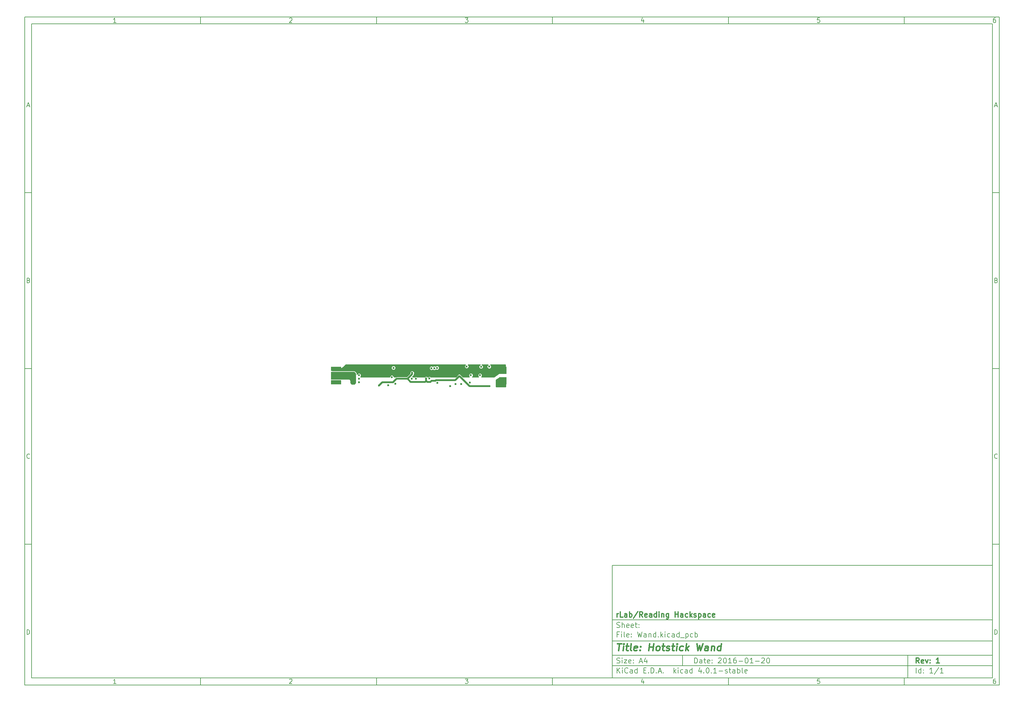
<source format=gbr>
G04 #@! TF.FileFunction,Copper,L4,Bot,Mixed*
%FSLAX46Y46*%
G04 Gerber Fmt 4.6, Leading zero omitted, Abs format (unit mm)*
G04 Created by KiCad (PCBNEW 4.0.1-stable) date 29/01/2016 19:20:18*
%MOMM*%
G01*
G04 APERTURE LIST*
%ADD10C,0.100000*%
%ADD11C,0.150000*%
%ADD12C,0.300000*%
%ADD13C,0.400000*%
%ADD14R,2.000000X2.000000*%
%ADD15R,3.000000X1.200000*%
%ADD16R,4.000000X2.200000*%
%ADD17C,0.600000*%
%ADD18C,0.500000*%
%ADD19C,0.250000*%
%ADD20C,0.254000*%
G04 APERTURE END LIST*
D10*
D11*
X177002200Y-166007200D02*
X177002200Y-198007200D01*
X285002200Y-198007200D01*
X285002200Y-166007200D01*
X177002200Y-166007200D01*
D10*
D11*
X10000000Y-10000000D02*
X10000000Y-200007200D01*
X287002200Y-200007200D01*
X287002200Y-10000000D01*
X10000000Y-10000000D01*
D10*
D11*
X12000000Y-12000000D02*
X12000000Y-198007200D01*
X285002200Y-198007200D01*
X285002200Y-12000000D01*
X12000000Y-12000000D01*
D10*
D11*
X60000000Y-12000000D02*
X60000000Y-10000000D01*
D10*
D11*
X110000000Y-12000000D02*
X110000000Y-10000000D01*
D10*
D11*
X160000000Y-12000000D02*
X160000000Y-10000000D01*
D10*
D11*
X210000000Y-12000000D02*
X210000000Y-10000000D01*
D10*
D11*
X260000000Y-12000000D02*
X260000000Y-10000000D01*
D10*
D11*
X35990476Y-11588095D02*
X35247619Y-11588095D01*
X35619048Y-11588095D02*
X35619048Y-10288095D01*
X35495238Y-10473810D01*
X35371429Y-10597619D01*
X35247619Y-10659524D01*
D10*
D11*
X85247619Y-10411905D02*
X85309524Y-10350000D01*
X85433333Y-10288095D01*
X85742857Y-10288095D01*
X85866667Y-10350000D01*
X85928571Y-10411905D01*
X85990476Y-10535714D01*
X85990476Y-10659524D01*
X85928571Y-10845238D01*
X85185714Y-11588095D01*
X85990476Y-11588095D01*
D10*
D11*
X135185714Y-10288095D02*
X135990476Y-10288095D01*
X135557143Y-10783333D01*
X135742857Y-10783333D01*
X135866667Y-10845238D01*
X135928571Y-10907143D01*
X135990476Y-11030952D01*
X135990476Y-11340476D01*
X135928571Y-11464286D01*
X135866667Y-11526190D01*
X135742857Y-11588095D01*
X135371429Y-11588095D01*
X135247619Y-11526190D01*
X135185714Y-11464286D01*
D10*
D11*
X185866667Y-10721429D02*
X185866667Y-11588095D01*
X185557143Y-10226190D02*
X185247619Y-11154762D01*
X186052381Y-11154762D01*
D10*
D11*
X235928571Y-10288095D02*
X235309524Y-10288095D01*
X235247619Y-10907143D01*
X235309524Y-10845238D01*
X235433333Y-10783333D01*
X235742857Y-10783333D01*
X235866667Y-10845238D01*
X235928571Y-10907143D01*
X235990476Y-11030952D01*
X235990476Y-11340476D01*
X235928571Y-11464286D01*
X235866667Y-11526190D01*
X235742857Y-11588095D01*
X235433333Y-11588095D01*
X235309524Y-11526190D01*
X235247619Y-11464286D01*
D10*
D11*
X285866667Y-10288095D02*
X285619048Y-10288095D01*
X285495238Y-10350000D01*
X285433333Y-10411905D01*
X285309524Y-10597619D01*
X285247619Y-10845238D01*
X285247619Y-11340476D01*
X285309524Y-11464286D01*
X285371429Y-11526190D01*
X285495238Y-11588095D01*
X285742857Y-11588095D01*
X285866667Y-11526190D01*
X285928571Y-11464286D01*
X285990476Y-11340476D01*
X285990476Y-11030952D01*
X285928571Y-10907143D01*
X285866667Y-10845238D01*
X285742857Y-10783333D01*
X285495238Y-10783333D01*
X285371429Y-10845238D01*
X285309524Y-10907143D01*
X285247619Y-11030952D01*
D10*
D11*
X60000000Y-198007200D02*
X60000000Y-200007200D01*
D10*
D11*
X110000000Y-198007200D02*
X110000000Y-200007200D01*
D10*
D11*
X160000000Y-198007200D02*
X160000000Y-200007200D01*
D10*
D11*
X210000000Y-198007200D02*
X210000000Y-200007200D01*
D10*
D11*
X260000000Y-198007200D02*
X260000000Y-200007200D01*
D10*
D11*
X35990476Y-199595295D02*
X35247619Y-199595295D01*
X35619048Y-199595295D02*
X35619048Y-198295295D01*
X35495238Y-198481010D01*
X35371429Y-198604819D01*
X35247619Y-198666724D01*
D10*
D11*
X85247619Y-198419105D02*
X85309524Y-198357200D01*
X85433333Y-198295295D01*
X85742857Y-198295295D01*
X85866667Y-198357200D01*
X85928571Y-198419105D01*
X85990476Y-198542914D01*
X85990476Y-198666724D01*
X85928571Y-198852438D01*
X85185714Y-199595295D01*
X85990476Y-199595295D01*
D10*
D11*
X135185714Y-198295295D02*
X135990476Y-198295295D01*
X135557143Y-198790533D01*
X135742857Y-198790533D01*
X135866667Y-198852438D01*
X135928571Y-198914343D01*
X135990476Y-199038152D01*
X135990476Y-199347676D01*
X135928571Y-199471486D01*
X135866667Y-199533390D01*
X135742857Y-199595295D01*
X135371429Y-199595295D01*
X135247619Y-199533390D01*
X135185714Y-199471486D01*
D10*
D11*
X185866667Y-198728629D02*
X185866667Y-199595295D01*
X185557143Y-198233390D02*
X185247619Y-199161962D01*
X186052381Y-199161962D01*
D10*
D11*
X235928571Y-198295295D02*
X235309524Y-198295295D01*
X235247619Y-198914343D01*
X235309524Y-198852438D01*
X235433333Y-198790533D01*
X235742857Y-198790533D01*
X235866667Y-198852438D01*
X235928571Y-198914343D01*
X235990476Y-199038152D01*
X235990476Y-199347676D01*
X235928571Y-199471486D01*
X235866667Y-199533390D01*
X235742857Y-199595295D01*
X235433333Y-199595295D01*
X235309524Y-199533390D01*
X235247619Y-199471486D01*
D10*
D11*
X285866667Y-198295295D02*
X285619048Y-198295295D01*
X285495238Y-198357200D01*
X285433333Y-198419105D01*
X285309524Y-198604819D01*
X285247619Y-198852438D01*
X285247619Y-199347676D01*
X285309524Y-199471486D01*
X285371429Y-199533390D01*
X285495238Y-199595295D01*
X285742857Y-199595295D01*
X285866667Y-199533390D01*
X285928571Y-199471486D01*
X285990476Y-199347676D01*
X285990476Y-199038152D01*
X285928571Y-198914343D01*
X285866667Y-198852438D01*
X285742857Y-198790533D01*
X285495238Y-198790533D01*
X285371429Y-198852438D01*
X285309524Y-198914343D01*
X285247619Y-199038152D01*
D10*
D11*
X10000000Y-60000000D02*
X12000000Y-60000000D01*
D10*
D11*
X10000000Y-110000000D02*
X12000000Y-110000000D01*
D10*
D11*
X10000000Y-160000000D02*
X12000000Y-160000000D01*
D10*
D11*
X10690476Y-35216667D02*
X11309524Y-35216667D01*
X10566667Y-35588095D02*
X11000000Y-34288095D01*
X11433333Y-35588095D01*
D10*
D11*
X11092857Y-84907143D02*
X11278571Y-84969048D01*
X11340476Y-85030952D01*
X11402381Y-85154762D01*
X11402381Y-85340476D01*
X11340476Y-85464286D01*
X11278571Y-85526190D01*
X11154762Y-85588095D01*
X10659524Y-85588095D01*
X10659524Y-84288095D01*
X11092857Y-84288095D01*
X11216667Y-84350000D01*
X11278571Y-84411905D01*
X11340476Y-84535714D01*
X11340476Y-84659524D01*
X11278571Y-84783333D01*
X11216667Y-84845238D01*
X11092857Y-84907143D01*
X10659524Y-84907143D01*
D10*
D11*
X11402381Y-135464286D02*
X11340476Y-135526190D01*
X11154762Y-135588095D01*
X11030952Y-135588095D01*
X10845238Y-135526190D01*
X10721429Y-135402381D01*
X10659524Y-135278571D01*
X10597619Y-135030952D01*
X10597619Y-134845238D01*
X10659524Y-134597619D01*
X10721429Y-134473810D01*
X10845238Y-134350000D01*
X11030952Y-134288095D01*
X11154762Y-134288095D01*
X11340476Y-134350000D01*
X11402381Y-134411905D01*
D10*
D11*
X10659524Y-185588095D02*
X10659524Y-184288095D01*
X10969048Y-184288095D01*
X11154762Y-184350000D01*
X11278571Y-184473810D01*
X11340476Y-184597619D01*
X11402381Y-184845238D01*
X11402381Y-185030952D01*
X11340476Y-185278571D01*
X11278571Y-185402381D01*
X11154762Y-185526190D01*
X10969048Y-185588095D01*
X10659524Y-185588095D01*
D10*
D11*
X287002200Y-60000000D02*
X285002200Y-60000000D01*
D10*
D11*
X287002200Y-110000000D02*
X285002200Y-110000000D01*
D10*
D11*
X287002200Y-160000000D02*
X285002200Y-160000000D01*
D10*
D11*
X285692676Y-35216667D02*
X286311724Y-35216667D01*
X285568867Y-35588095D02*
X286002200Y-34288095D01*
X286435533Y-35588095D01*
D10*
D11*
X286095057Y-84907143D02*
X286280771Y-84969048D01*
X286342676Y-85030952D01*
X286404581Y-85154762D01*
X286404581Y-85340476D01*
X286342676Y-85464286D01*
X286280771Y-85526190D01*
X286156962Y-85588095D01*
X285661724Y-85588095D01*
X285661724Y-84288095D01*
X286095057Y-84288095D01*
X286218867Y-84350000D01*
X286280771Y-84411905D01*
X286342676Y-84535714D01*
X286342676Y-84659524D01*
X286280771Y-84783333D01*
X286218867Y-84845238D01*
X286095057Y-84907143D01*
X285661724Y-84907143D01*
D10*
D11*
X286404581Y-135464286D02*
X286342676Y-135526190D01*
X286156962Y-135588095D01*
X286033152Y-135588095D01*
X285847438Y-135526190D01*
X285723629Y-135402381D01*
X285661724Y-135278571D01*
X285599819Y-135030952D01*
X285599819Y-134845238D01*
X285661724Y-134597619D01*
X285723629Y-134473810D01*
X285847438Y-134350000D01*
X286033152Y-134288095D01*
X286156962Y-134288095D01*
X286342676Y-134350000D01*
X286404581Y-134411905D01*
D10*
D11*
X285661724Y-185588095D02*
X285661724Y-184288095D01*
X285971248Y-184288095D01*
X286156962Y-184350000D01*
X286280771Y-184473810D01*
X286342676Y-184597619D01*
X286404581Y-184845238D01*
X286404581Y-185030952D01*
X286342676Y-185278571D01*
X286280771Y-185402381D01*
X286156962Y-185526190D01*
X285971248Y-185588095D01*
X285661724Y-185588095D01*
D10*
D11*
X200359343Y-193785771D02*
X200359343Y-192285771D01*
X200716486Y-192285771D01*
X200930771Y-192357200D01*
X201073629Y-192500057D01*
X201145057Y-192642914D01*
X201216486Y-192928629D01*
X201216486Y-193142914D01*
X201145057Y-193428629D01*
X201073629Y-193571486D01*
X200930771Y-193714343D01*
X200716486Y-193785771D01*
X200359343Y-193785771D01*
X202502200Y-193785771D02*
X202502200Y-193000057D01*
X202430771Y-192857200D01*
X202287914Y-192785771D01*
X202002200Y-192785771D01*
X201859343Y-192857200D01*
X202502200Y-193714343D02*
X202359343Y-193785771D01*
X202002200Y-193785771D01*
X201859343Y-193714343D01*
X201787914Y-193571486D01*
X201787914Y-193428629D01*
X201859343Y-193285771D01*
X202002200Y-193214343D01*
X202359343Y-193214343D01*
X202502200Y-193142914D01*
X203002200Y-192785771D02*
X203573629Y-192785771D01*
X203216486Y-192285771D02*
X203216486Y-193571486D01*
X203287914Y-193714343D01*
X203430772Y-193785771D01*
X203573629Y-193785771D01*
X204645057Y-193714343D02*
X204502200Y-193785771D01*
X204216486Y-193785771D01*
X204073629Y-193714343D01*
X204002200Y-193571486D01*
X204002200Y-193000057D01*
X204073629Y-192857200D01*
X204216486Y-192785771D01*
X204502200Y-192785771D01*
X204645057Y-192857200D01*
X204716486Y-193000057D01*
X204716486Y-193142914D01*
X204002200Y-193285771D01*
X205359343Y-193642914D02*
X205430771Y-193714343D01*
X205359343Y-193785771D01*
X205287914Y-193714343D01*
X205359343Y-193642914D01*
X205359343Y-193785771D01*
X205359343Y-192857200D02*
X205430771Y-192928629D01*
X205359343Y-193000057D01*
X205287914Y-192928629D01*
X205359343Y-192857200D01*
X205359343Y-193000057D01*
X207145057Y-192428629D02*
X207216486Y-192357200D01*
X207359343Y-192285771D01*
X207716486Y-192285771D01*
X207859343Y-192357200D01*
X207930772Y-192428629D01*
X208002200Y-192571486D01*
X208002200Y-192714343D01*
X207930772Y-192928629D01*
X207073629Y-193785771D01*
X208002200Y-193785771D01*
X208930771Y-192285771D02*
X209073628Y-192285771D01*
X209216485Y-192357200D01*
X209287914Y-192428629D01*
X209359343Y-192571486D01*
X209430771Y-192857200D01*
X209430771Y-193214343D01*
X209359343Y-193500057D01*
X209287914Y-193642914D01*
X209216485Y-193714343D01*
X209073628Y-193785771D01*
X208930771Y-193785771D01*
X208787914Y-193714343D01*
X208716485Y-193642914D01*
X208645057Y-193500057D01*
X208573628Y-193214343D01*
X208573628Y-192857200D01*
X208645057Y-192571486D01*
X208716485Y-192428629D01*
X208787914Y-192357200D01*
X208930771Y-192285771D01*
X210859342Y-193785771D02*
X210002199Y-193785771D01*
X210430771Y-193785771D02*
X210430771Y-192285771D01*
X210287914Y-192500057D01*
X210145056Y-192642914D01*
X210002199Y-192714343D01*
X212145056Y-192285771D02*
X211859342Y-192285771D01*
X211716485Y-192357200D01*
X211645056Y-192428629D01*
X211502199Y-192642914D01*
X211430770Y-192928629D01*
X211430770Y-193500057D01*
X211502199Y-193642914D01*
X211573627Y-193714343D01*
X211716485Y-193785771D01*
X212002199Y-193785771D01*
X212145056Y-193714343D01*
X212216485Y-193642914D01*
X212287913Y-193500057D01*
X212287913Y-193142914D01*
X212216485Y-193000057D01*
X212145056Y-192928629D01*
X212002199Y-192857200D01*
X211716485Y-192857200D01*
X211573627Y-192928629D01*
X211502199Y-193000057D01*
X211430770Y-193142914D01*
X212930770Y-193214343D02*
X214073627Y-193214343D01*
X215073627Y-192285771D02*
X215216484Y-192285771D01*
X215359341Y-192357200D01*
X215430770Y-192428629D01*
X215502199Y-192571486D01*
X215573627Y-192857200D01*
X215573627Y-193214343D01*
X215502199Y-193500057D01*
X215430770Y-193642914D01*
X215359341Y-193714343D01*
X215216484Y-193785771D01*
X215073627Y-193785771D01*
X214930770Y-193714343D01*
X214859341Y-193642914D01*
X214787913Y-193500057D01*
X214716484Y-193214343D01*
X214716484Y-192857200D01*
X214787913Y-192571486D01*
X214859341Y-192428629D01*
X214930770Y-192357200D01*
X215073627Y-192285771D01*
X217002198Y-193785771D02*
X216145055Y-193785771D01*
X216573627Y-193785771D02*
X216573627Y-192285771D01*
X216430770Y-192500057D01*
X216287912Y-192642914D01*
X216145055Y-192714343D01*
X217645055Y-193214343D02*
X218787912Y-193214343D01*
X219430769Y-192428629D02*
X219502198Y-192357200D01*
X219645055Y-192285771D01*
X220002198Y-192285771D01*
X220145055Y-192357200D01*
X220216484Y-192428629D01*
X220287912Y-192571486D01*
X220287912Y-192714343D01*
X220216484Y-192928629D01*
X219359341Y-193785771D01*
X220287912Y-193785771D01*
X221216483Y-192285771D02*
X221359340Y-192285771D01*
X221502197Y-192357200D01*
X221573626Y-192428629D01*
X221645055Y-192571486D01*
X221716483Y-192857200D01*
X221716483Y-193214343D01*
X221645055Y-193500057D01*
X221573626Y-193642914D01*
X221502197Y-193714343D01*
X221359340Y-193785771D01*
X221216483Y-193785771D01*
X221073626Y-193714343D01*
X221002197Y-193642914D01*
X220930769Y-193500057D01*
X220859340Y-193214343D01*
X220859340Y-192857200D01*
X220930769Y-192571486D01*
X221002197Y-192428629D01*
X221073626Y-192357200D01*
X221216483Y-192285771D01*
D10*
D11*
X177002200Y-194507200D02*
X285002200Y-194507200D01*
D10*
D11*
X178359343Y-196585771D02*
X178359343Y-195085771D01*
X179216486Y-196585771D02*
X178573629Y-195728629D01*
X179216486Y-195085771D02*
X178359343Y-195942914D01*
X179859343Y-196585771D02*
X179859343Y-195585771D01*
X179859343Y-195085771D02*
X179787914Y-195157200D01*
X179859343Y-195228629D01*
X179930771Y-195157200D01*
X179859343Y-195085771D01*
X179859343Y-195228629D01*
X181430772Y-196442914D02*
X181359343Y-196514343D01*
X181145057Y-196585771D01*
X181002200Y-196585771D01*
X180787915Y-196514343D01*
X180645057Y-196371486D01*
X180573629Y-196228629D01*
X180502200Y-195942914D01*
X180502200Y-195728629D01*
X180573629Y-195442914D01*
X180645057Y-195300057D01*
X180787915Y-195157200D01*
X181002200Y-195085771D01*
X181145057Y-195085771D01*
X181359343Y-195157200D01*
X181430772Y-195228629D01*
X182716486Y-196585771D02*
X182716486Y-195800057D01*
X182645057Y-195657200D01*
X182502200Y-195585771D01*
X182216486Y-195585771D01*
X182073629Y-195657200D01*
X182716486Y-196514343D02*
X182573629Y-196585771D01*
X182216486Y-196585771D01*
X182073629Y-196514343D01*
X182002200Y-196371486D01*
X182002200Y-196228629D01*
X182073629Y-196085771D01*
X182216486Y-196014343D01*
X182573629Y-196014343D01*
X182716486Y-195942914D01*
X184073629Y-196585771D02*
X184073629Y-195085771D01*
X184073629Y-196514343D02*
X183930772Y-196585771D01*
X183645058Y-196585771D01*
X183502200Y-196514343D01*
X183430772Y-196442914D01*
X183359343Y-196300057D01*
X183359343Y-195871486D01*
X183430772Y-195728629D01*
X183502200Y-195657200D01*
X183645058Y-195585771D01*
X183930772Y-195585771D01*
X184073629Y-195657200D01*
X185930772Y-195800057D02*
X186430772Y-195800057D01*
X186645058Y-196585771D02*
X185930772Y-196585771D01*
X185930772Y-195085771D01*
X186645058Y-195085771D01*
X187287915Y-196442914D02*
X187359343Y-196514343D01*
X187287915Y-196585771D01*
X187216486Y-196514343D01*
X187287915Y-196442914D01*
X187287915Y-196585771D01*
X188002201Y-196585771D02*
X188002201Y-195085771D01*
X188359344Y-195085771D01*
X188573629Y-195157200D01*
X188716487Y-195300057D01*
X188787915Y-195442914D01*
X188859344Y-195728629D01*
X188859344Y-195942914D01*
X188787915Y-196228629D01*
X188716487Y-196371486D01*
X188573629Y-196514343D01*
X188359344Y-196585771D01*
X188002201Y-196585771D01*
X189502201Y-196442914D02*
X189573629Y-196514343D01*
X189502201Y-196585771D01*
X189430772Y-196514343D01*
X189502201Y-196442914D01*
X189502201Y-196585771D01*
X190145058Y-196157200D02*
X190859344Y-196157200D01*
X190002201Y-196585771D02*
X190502201Y-195085771D01*
X191002201Y-196585771D01*
X191502201Y-196442914D02*
X191573629Y-196514343D01*
X191502201Y-196585771D01*
X191430772Y-196514343D01*
X191502201Y-196442914D01*
X191502201Y-196585771D01*
X194502201Y-196585771D02*
X194502201Y-195085771D01*
X194645058Y-196014343D02*
X195073629Y-196585771D01*
X195073629Y-195585771D02*
X194502201Y-196157200D01*
X195716487Y-196585771D02*
X195716487Y-195585771D01*
X195716487Y-195085771D02*
X195645058Y-195157200D01*
X195716487Y-195228629D01*
X195787915Y-195157200D01*
X195716487Y-195085771D01*
X195716487Y-195228629D01*
X197073630Y-196514343D02*
X196930773Y-196585771D01*
X196645059Y-196585771D01*
X196502201Y-196514343D01*
X196430773Y-196442914D01*
X196359344Y-196300057D01*
X196359344Y-195871486D01*
X196430773Y-195728629D01*
X196502201Y-195657200D01*
X196645059Y-195585771D01*
X196930773Y-195585771D01*
X197073630Y-195657200D01*
X198359344Y-196585771D02*
X198359344Y-195800057D01*
X198287915Y-195657200D01*
X198145058Y-195585771D01*
X197859344Y-195585771D01*
X197716487Y-195657200D01*
X198359344Y-196514343D02*
X198216487Y-196585771D01*
X197859344Y-196585771D01*
X197716487Y-196514343D01*
X197645058Y-196371486D01*
X197645058Y-196228629D01*
X197716487Y-196085771D01*
X197859344Y-196014343D01*
X198216487Y-196014343D01*
X198359344Y-195942914D01*
X199716487Y-196585771D02*
X199716487Y-195085771D01*
X199716487Y-196514343D02*
X199573630Y-196585771D01*
X199287916Y-196585771D01*
X199145058Y-196514343D01*
X199073630Y-196442914D01*
X199002201Y-196300057D01*
X199002201Y-195871486D01*
X199073630Y-195728629D01*
X199145058Y-195657200D01*
X199287916Y-195585771D01*
X199573630Y-195585771D01*
X199716487Y-195657200D01*
X202216487Y-195585771D02*
X202216487Y-196585771D01*
X201859344Y-195014343D02*
X201502201Y-196085771D01*
X202430773Y-196085771D01*
X203002201Y-196442914D02*
X203073629Y-196514343D01*
X203002201Y-196585771D01*
X202930772Y-196514343D01*
X203002201Y-196442914D01*
X203002201Y-196585771D01*
X204002201Y-195085771D02*
X204145058Y-195085771D01*
X204287915Y-195157200D01*
X204359344Y-195228629D01*
X204430773Y-195371486D01*
X204502201Y-195657200D01*
X204502201Y-196014343D01*
X204430773Y-196300057D01*
X204359344Y-196442914D01*
X204287915Y-196514343D01*
X204145058Y-196585771D01*
X204002201Y-196585771D01*
X203859344Y-196514343D01*
X203787915Y-196442914D01*
X203716487Y-196300057D01*
X203645058Y-196014343D01*
X203645058Y-195657200D01*
X203716487Y-195371486D01*
X203787915Y-195228629D01*
X203859344Y-195157200D01*
X204002201Y-195085771D01*
X205145058Y-196442914D02*
X205216486Y-196514343D01*
X205145058Y-196585771D01*
X205073629Y-196514343D01*
X205145058Y-196442914D01*
X205145058Y-196585771D01*
X206645058Y-196585771D02*
X205787915Y-196585771D01*
X206216487Y-196585771D02*
X206216487Y-195085771D01*
X206073630Y-195300057D01*
X205930772Y-195442914D01*
X205787915Y-195514343D01*
X207287915Y-196014343D02*
X208430772Y-196014343D01*
X209073629Y-196514343D02*
X209216486Y-196585771D01*
X209502201Y-196585771D01*
X209645058Y-196514343D01*
X209716486Y-196371486D01*
X209716486Y-196300057D01*
X209645058Y-196157200D01*
X209502201Y-196085771D01*
X209287915Y-196085771D01*
X209145058Y-196014343D01*
X209073629Y-195871486D01*
X209073629Y-195800057D01*
X209145058Y-195657200D01*
X209287915Y-195585771D01*
X209502201Y-195585771D01*
X209645058Y-195657200D01*
X210145058Y-195585771D02*
X210716487Y-195585771D01*
X210359344Y-195085771D02*
X210359344Y-196371486D01*
X210430772Y-196514343D01*
X210573630Y-196585771D01*
X210716487Y-196585771D01*
X211859344Y-196585771D02*
X211859344Y-195800057D01*
X211787915Y-195657200D01*
X211645058Y-195585771D01*
X211359344Y-195585771D01*
X211216487Y-195657200D01*
X211859344Y-196514343D02*
X211716487Y-196585771D01*
X211359344Y-196585771D01*
X211216487Y-196514343D01*
X211145058Y-196371486D01*
X211145058Y-196228629D01*
X211216487Y-196085771D01*
X211359344Y-196014343D01*
X211716487Y-196014343D01*
X211859344Y-195942914D01*
X212573630Y-196585771D02*
X212573630Y-195085771D01*
X212573630Y-195657200D02*
X212716487Y-195585771D01*
X213002201Y-195585771D01*
X213145058Y-195657200D01*
X213216487Y-195728629D01*
X213287916Y-195871486D01*
X213287916Y-196300057D01*
X213216487Y-196442914D01*
X213145058Y-196514343D01*
X213002201Y-196585771D01*
X212716487Y-196585771D01*
X212573630Y-196514343D01*
X214145059Y-196585771D02*
X214002201Y-196514343D01*
X213930773Y-196371486D01*
X213930773Y-195085771D01*
X215287915Y-196514343D02*
X215145058Y-196585771D01*
X214859344Y-196585771D01*
X214716487Y-196514343D01*
X214645058Y-196371486D01*
X214645058Y-195800057D01*
X214716487Y-195657200D01*
X214859344Y-195585771D01*
X215145058Y-195585771D01*
X215287915Y-195657200D01*
X215359344Y-195800057D01*
X215359344Y-195942914D01*
X214645058Y-196085771D01*
D10*
D11*
X177002200Y-191507200D02*
X285002200Y-191507200D01*
D10*
D12*
X264216486Y-193785771D02*
X263716486Y-193071486D01*
X263359343Y-193785771D02*
X263359343Y-192285771D01*
X263930771Y-192285771D01*
X264073629Y-192357200D01*
X264145057Y-192428629D01*
X264216486Y-192571486D01*
X264216486Y-192785771D01*
X264145057Y-192928629D01*
X264073629Y-193000057D01*
X263930771Y-193071486D01*
X263359343Y-193071486D01*
X265430771Y-193714343D02*
X265287914Y-193785771D01*
X265002200Y-193785771D01*
X264859343Y-193714343D01*
X264787914Y-193571486D01*
X264787914Y-193000057D01*
X264859343Y-192857200D01*
X265002200Y-192785771D01*
X265287914Y-192785771D01*
X265430771Y-192857200D01*
X265502200Y-193000057D01*
X265502200Y-193142914D01*
X264787914Y-193285771D01*
X266002200Y-192785771D02*
X266359343Y-193785771D01*
X266716485Y-192785771D01*
X267287914Y-193642914D02*
X267359342Y-193714343D01*
X267287914Y-193785771D01*
X267216485Y-193714343D01*
X267287914Y-193642914D01*
X267287914Y-193785771D01*
X267287914Y-192857200D02*
X267359342Y-192928629D01*
X267287914Y-193000057D01*
X267216485Y-192928629D01*
X267287914Y-192857200D01*
X267287914Y-193000057D01*
X269930771Y-193785771D02*
X269073628Y-193785771D01*
X269502200Y-193785771D02*
X269502200Y-192285771D01*
X269359343Y-192500057D01*
X269216485Y-192642914D01*
X269073628Y-192714343D01*
D10*
D11*
X178287914Y-193714343D02*
X178502200Y-193785771D01*
X178859343Y-193785771D01*
X179002200Y-193714343D01*
X179073629Y-193642914D01*
X179145057Y-193500057D01*
X179145057Y-193357200D01*
X179073629Y-193214343D01*
X179002200Y-193142914D01*
X178859343Y-193071486D01*
X178573629Y-193000057D01*
X178430771Y-192928629D01*
X178359343Y-192857200D01*
X178287914Y-192714343D01*
X178287914Y-192571486D01*
X178359343Y-192428629D01*
X178430771Y-192357200D01*
X178573629Y-192285771D01*
X178930771Y-192285771D01*
X179145057Y-192357200D01*
X179787914Y-193785771D02*
X179787914Y-192785771D01*
X179787914Y-192285771D02*
X179716485Y-192357200D01*
X179787914Y-192428629D01*
X179859342Y-192357200D01*
X179787914Y-192285771D01*
X179787914Y-192428629D01*
X180359343Y-192785771D02*
X181145057Y-192785771D01*
X180359343Y-193785771D01*
X181145057Y-193785771D01*
X182287914Y-193714343D02*
X182145057Y-193785771D01*
X181859343Y-193785771D01*
X181716486Y-193714343D01*
X181645057Y-193571486D01*
X181645057Y-193000057D01*
X181716486Y-192857200D01*
X181859343Y-192785771D01*
X182145057Y-192785771D01*
X182287914Y-192857200D01*
X182359343Y-193000057D01*
X182359343Y-193142914D01*
X181645057Y-193285771D01*
X183002200Y-193642914D02*
X183073628Y-193714343D01*
X183002200Y-193785771D01*
X182930771Y-193714343D01*
X183002200Y-193642914D01*
X183002200Y-193785771D01*
X183002200Y-192857200D02*
X183073628Y-192928629D01*
X183002200Y-193000057D01*
X182930771Y-192928629D01*
X183002200Y-192857200D01*
X183002200Y-193000057D01*
X184787914Y-193357200D02*
X185502200Y-193357200D01*
X184645057Y-193785771D02*
X185145057Y-192285771D01*
X185645057Y-193785771D01*
X186787914Y-192785771D02*
X186787914Y-193785771D01*
X186430771Y-192214343D02*
X186073628Y-193285771D01*
X187002200Y-193285771D01*
D10*
D11*
X263359343Y-196585771D02*
X263359343Y-195085771D01*
X264716486Y-196585771D02*
X264716486Y-195085771D01*
X264716486Y-196514343D02*
X264573629Y-196585771D01*
X264287915Y-196585771D01*
X264145057Y-196514343D01*
X264073629Y-196442914D01*
X264002200Y-196300057D01*
X264002200Y-195871486D01*
X264073629Y-195728629D01*
X264145057Y-195657200D01*
X264287915Y-195585771D01*
X264573629Y-195585771D01*
X264716486Y-195657200D01*
X265430772Y-196442914D02*
X265502200Y-196514343D01*
X265430772Y-196585771D01*
X265359343Y-196514343D01*
X265430772Y-196442914D01*
X265430772Y-196585771D01*
X265430772Y-195657200D02*
X265502200Y-195728629D01*
X265430772Y-195800057D01*
X265359343Y-195728629D01*
X265430772Y-195657200D01*
X265430772Y-195800057D01*
X268073629Y-196585771D02*
X267216486Y-196585771D01*
X267645058Y-196585771D02*
X267645058Y-195085771D01*
X267502201Y-195300057D01*
X267359343Y-195442914D01*
X267216486Y-195514343D01*
X269787914Y-195014343D02*
X268502200Y-196942914D01*
X271073629Y-196585771D02*
X270216486Y-196585771D01*
X270645058Y-196585771D02*
X270645058Y-195085771D01*
X270502201Y-195300057D01*
X270359343Y-195442914D01*
X270216486Y-195514343D01*
D10*
D11*
X177002200Y-187507200D02*
X285002200Y-187507200D01*
D10*
D13*
X178454581Y-188211962D02*
X179597438Y-188211962D01*
X178776010Y-190211962D02*
X179026010Y-188211962D01*
X180014105Y-190211962D02*
X180180771Y-188878629D01*
X180264105Y-188211962D02*
X180156962Y-188307200D01*
X180240295Y-188402438D01*
X180347439Y-188307200D01*
X180264105Y-188211962D01*
X180240295Y-188402438D01*
X180847438Y-188878629D02*
X181609343Y-188878629D01*
X181216486Y-188211962D02*
X181002200Y-189926248D01*
X181073630Y-190116724D01*
X181252201Y-190211962D01*
X181442677Y-190211962D01*
X182395058Y-190211962D02*
X182216487Y-190116724D01*
X182145057Y-189926248D01*
X182359343Y-188211962D01*
X183930772Y-190116724D02*
X183728391Y-190211962D01*
X183347439Y-190211962D01*
X183168867Y-190116724D01*
X183097438Y-189926248D01*
X183192676Y-189164343D01*
X183311724Y-188973867D01*
X183514105Y-188878629D01*
X183895057Y-188878629D01*
X184073629Y-188973867D01*
X184145057Y-189164343D01*
X184121248Y-189354819D01*
X183145057Y-189545295D01*
X184895057Y-190021486D02*
X184978392Y-190116724D01*
X184871248Y-190211962D01*
X184787915Y-190116724D01*
X184895057Y-190021486D01*
X184871248Y-190211962D01*
X185026010Y-188973867D02*
X185109344Y-189069105D01*
X185002200Y-189164343D01*
X184918867Y-189069105D01*
X185026010Y-188973867D01*
X185002200Y-189164343D01*
X187347439Y-190211962D02*
X187597439Y-188211962D01*
X187478391Y-189164343D02*
X188621249Y-189164343D01*
X188490297Y-190211962D02*
X188740297Y-188211962D01*
X189728392Y-190211962D02*
X189549821Y-190116724D01*
X189466486Y-190021486D01*
X189395058Y-189831010D01*
X189466486Y-189259581D01*
X189585534Y-189069105D01*
X189692678Y-188973867D01*
X189895058Y-188878629D01*
X190180772Y-188878629D01*
X190359344Y-188973867D01*
X190442677Y-189069105D01*
X190514105Y-189259581D01*
X190442677Y-189831010D01*
X190323629Y-190021486D01*
X190216487Y-190116724D01*
X190014106Y-190211962D01*
X189728392Y-190211962D01*
X191133153Y-188878629D02*
X191895058Y-188878629D01*
X191502201Y-188211962D02*
X191287915Y-189926248D01*
X191359345Y-190116724D01*
X191537916Y-190211962D01*
X191728392Y-190211962D01*
X192311725Y-190116724D02*
X192490297Y-190211962D01*
X192871249Y-190211962D01*
X193073630Y-190116724D01*
X193192677Y-189926248D01*
X193204582Y-189831010D01*
X193133153Y-189640533D01*
X192954582Y-189545295D01*
X192668868Y-189545295D01*
X192490296Y-189450057D01*
X192418867Y-189259581D01*
X192430772Y-189164343D01*
X192549820Y-188973867D01*
X192752201Y-188878629D01*
X193037915Y-188878629D01*
X193216487Y-188973867D01*
X193895058Y-188878629D02*
X194656963Y-188878629D01*
X194264106Y-188211962D02*
X194049820Y-189926248D01*
X194121250Y-190116724D01*
X194299821Y-190211962D01*
X194490297Y-190211962D01*
X195156963Y-190211962D02*
X195323629Y-188878629D01*
X195406963Y-188211962D02*
X195299820Y-188307200D01*
X195383153Y-188402438D01*
X195490297Y-188307200D01*
X195406963Y-188211962D01*
X195383153Y-188402438D01*
X196978392Y-190116724D02*
X196776011Y-190211962D01*
X196395059Y-190211962D01*
X196216488Y-190116724D01*
X196133153Y-190021486D01*
X196061725Y-189831010D01*
X196133153Y-189259581D01*
X196252201Y-189069105D01*
X196359345Y-188973867D01*
X196561725Y-188878629D01*
X196942677Y-188878629D01*
X197121249Y-188973867D01*
X197823630Y-190211962D02*
X198073630Y-188211962D01*
X198109345Y-189450057D02*
X198585535Y-190211962D01*
X198752201Y-188878629D02*
X197895058Y-189640533D01*
X201026012Y-188211962D02*
X201252203Y-190211962D01*
X201811726Y-188783390D01*
X202014108Y-190211962D01*
X202740298Y-188211962D01*
X204109345Y-190211962D02*
X204240297Y-189164343D01*
X204168869Y-188973867D01*
X203990297Y-188878629D01*
X203609345Y-188878629D01*
X203406964Y-188973867D01*
X204121250Y-190116724D02*
X203918869Y-190211962D01*
X203442679Y-190211962D01*
X203264107Y-190116724D01*
X203192678Y-189926248D01*
X203216488Y-189735771D01*
X203335535Y-189545295D01*
X203537917Y-189450057D01*
X204014107Y-189450057D01*
X204216488Y-189354819D01*
X205228392Y-188878629D02*
X205061726Y-190211962D01*
X205204583Y-189069105D02*
X205311727Y-188973867D01*
X205514107Y-188878629D01*
X205799821Y-188878629D01*
X205978393Y-188973867D01*
X206049821Y-189164343D01*
X205918869Y-190211962D01*
X207728393Y-190211962D02*
X207978393Y-188211962D01*
X207740298Y-190116724D02*
X207537917Y-190211962D01*
X207156965Y-190211962D01*
X206978394Y-190116724D01*
X206895059Y-190021486D01*
X206823631Y-189831010D01*
X206895059Y-189259581D01*
X207014107Y-189069105D01*
X207121251Y-188973867D01*
X207323631Y-188878629D01*
X207704583Y-188878629D01*
X207883155Y-188973867D01*
D10*
D11*
X178859343Y-185600057D02*
X178359343Y-185600057D01*
X178359343Y-186385771D02*
X178359343Y-184885771D01*
X179073629Y-184885771D01*
X179645057Y-186385771D02*
X179645057Y-185385771D01*
X179645057Y-184885771D02*
X179573628Y-184957200D01*
X179645057Y-185028629D01*
X179716485Y-184957200D01*
X179645057Y-184885771D01*
X179645057Y-185028629D01*
X180573629Y-186385771D02*
X180430771Y-186314343D01*
X180359343Y-186171486D01*
X180359343Y-184885771D01*
X181716485Y-186314343D02*
X181573628Y-186385771D01*
X181287914Y-186385771D01*
X181145057Y-186314343D01*
X181073628Y-186171486D01*
X181073628Y-185600057D01*
X181145057Y-185457200D01*
X181287914Y-185385771D01*
X181573628Y-185385771D01*
X181716485Y-185457200D01*
X181787914Y-185600057D01*
X181787914Y-185742914D01*
X181073628Y-185885771D01*
X182430771Y-186242914D02*
X182502199Y-186314343D01*
X182430771Y-186385771D01*
X182359342Y-186314343D01*
X182430771Y-186242914D01*
X182430771Y-186385771D01*
X182430771Y-185457200D02*
X182502199Y-185528629D01*
X182430771Y-185600057D01*
X182359342Y-185528629D01*
X182430771Y-185457200D01*
X182430771Y-185600057D01*
X184145057Y-184885771D02*
X184502200Y-186385771D01*
X184787914Y-185314343D01*
X185073628Y-186385771D01*
X185430771Y-184885771D01*
X186645057Y-186385771D02*
X186645057Y-185600057D01*
X186573628Y-185457200D01*
X186430771Y-185385771D01*
X186145057Y-185385771D01*
X186002200Y-185457200D01*
X186645057Y-186314343D02*
X186502200Y-186385771D01*
X186145057Y-186385771D01*
X186002200Y-186314343D01*
X185930771Y-186171486D01*
X185930771Y-186028629D01*
X186002200Y-185885771D01*
X186145057Y-185814343D01*
X186502200Y-185814343D01*
X186645057Y-185742914D01*
X187359343Y-185385771D02*
X187359343Y-186385771D01*
X187359343Y-185528629D02*
X187430771Y-185457200D01*
X187573629Y-185385771D01*
X187787914Y-185385771D01*
X187930771Y-185457200D01*
X188002200Y-185600057D01*
X188002200Y-186385771D01*
X189359343Y-186385771D02*
X189359343Y-184885771D01*
X189359343Y-186314343D02*
X189216486Y-186385771D01*
X188930772Y-186385771D01*
X188787914Y-186314343D01*
X188716486Y-186242914D01*
X188645057Y-186100057D01*
X188645057Y-185671486D01*
X188716486Y-185528629D01*
X188787914Y-185457200D01*
X188930772Y-185385771D01*
X189216486Y-185385771D01*
X189359343Y-185457200D01*
X190073629Y-186242914D02*
X190145057Y-186314343D01*
X190073629Y-186385771D01*
X190002200Y-186314343D01*
X190073629Y-186242914D01*
X190073629Y-186385771D01*
X190787915Y-186385771D02*
X190787915Y-184885771D01*
X190930772Y-185814343D02*
X191359343Y-186385771D01*
X191359343Y-185385771D02*
X190787915Y-185957200D01*
X192002201Y-186385771D02*
X192002201Y-185385771D01*
X192002201Y-184885771D02*
X191930772Y-184957200D01*
X192002201Y-185028629D01*
X192073629Y-184957200D01*
X192002201Y-184885771D01*
X192002201Y-185028629D01*
X193359344Y-186314343D02*
X193216487Y-186385771D01*
X192930773Y-186385771D01*
X192787915Y-186314343D01*
X192716487Y-186242914D01*
X192645058Y-186100057D01*
X192645058Y-185671486D01*
X192716487Y-185528629D01*
X192787915Y-185457200D01*
X192930773Y-185385771D01*
X193216487Y-185385771D01*
X193359344Y-185457200D01*
X194645058Y-186385771D02*
X194645058Y-185600057D01*
X194573629Y-185457200D01*
X194430772Y-185385771D01*
X194145058Y-185385771D01*
X194002201Y-185457200D01*
X194645058Y-186314343D02*
X194502201Y-186385771D01*
X194145058Y-186385771D01*
X194002201Y-186314343D01*
X193930772Y-186171486D01*
X193930772Y-186028629D01*
X194002201Y-185885771D01*
X194145058Y-185814343D01*
X194502201Y-185814343D01*
X194645058Y-185742914D01*
X196002201Y-186385771D02*
X196002201Y-184885771D01*
X196002201Y-186314343D02*
X195859344Y-186385771D01*
X195573630Y-186385771D01*
X195430772Y-186314343D01*
X195359344Y-186242914D01*
X195287915Y-186100057D01*
X195287915Y-185671486D01*
X195359344Y-185528629D01*
X195430772Y-185457200D01*
X195573630Y-185385771D01*
X195859344Y-185385771D01*
X196002201Y-185457200D01*
X196359344Y-186528629D02*
X197502201Y-186528629D01*
X197859344Y-185385771D02*
X197859344Y-186885771D01*
X197859344Y-185457200D02*
X198002201Y-185385771D01*
X198287915Y-185385771D01*
X198430772Y-185457200D01*
X198502201Y-185528629D01*
X198573630Y-185671486D01*
X198573630Y-186100057D01*
X198502201Y-186242914D01*
X198430772Y-186314343D01*
X198287915Y-186385771D01*
X198002201Y-186385771D01*
X197859344Y-186314343D01*
X199859344Y-186314343D02*
X199716487Y-186385771D01*
X199430773Y-186385771D01*
X199287915Y-186314343D01*
X199216487Y-186242914D01*
X199145058Y-186100057D01*
X199145058Y-185671486D01*
X199216487Y-185528629D01*
X199287915Y-185457200D01*
X199430773Y-185385771D01*
X199716487Y-185385771D01*
X199859344Y-185457200D01*
X200502201Y-186385771D02*
X200502201Y-184885771D01*
X200502201Y-185457200D02*
X200645058Y-185385771D01*
X200930772Y-185385771D01*
X201073629Y-185457200D01*
X201145058Y-185528629D01*
X201216487Y-185671486D01*
X201216487Y-186100057D01*
X201145058Y-186242914D01*
X201073629Y-186314343D01*
X200930772Y-186385771D01*
X200645058Y-186385771D01*
X200502201Y-186314343D01*
D10*
D11*
X177002200Y-181507200D02*
X285002200Y-181507200D01*
D10*
D11*
X178287914Y-183614343D02*
X178502200Y-183685771D01*
X178859343Y-183685771D01*
X179002200Y-183614343D01*
X179073629Y-183542914D01*
X179145057Y-183400057D01*
X179145057Y-183257200D01*
X179073629Y-183114343D01*
X179002200Y-183042914D01*
X178859343Y-182971486D01*
X178573629Y-182900057D01*
X178430771Y-182828629D01*
X178359343Y-182757200D01*
X178287914Y-182614343D01*
X178287914Y-182471486D01*
X178359343Y-182328629D01*
X178430771Y-182257200D01*
X178573629Y-182185771D01*
X178930771Y-182185771D01*
X179145057Y-182257200D01*
X179787914Y-183685771D02*
X179787914Y-182185771D01*
X180430771Y-183685771D02*
X180430771Y-182900057D01*
X180359342Y-182757200D01*
X180216485Y-182685771D01*
X180002200Y-182685771D01*
X179859342Y-182757200D01*
X179787914Y-182828629D01*
X181716485Y-183614343D02*
X181573628Y-183685771D01*
X181287914Y-183685771D01*
X181145057Y-183614343D01*
X181073628Y-183471486D01*
X181073628Y-182900057D01*
X181145057Y-182757200D01*
X181287914Y-182685771D01*
X181573628Y-182685771D01*
X181716485Y-182757200D01*
X181787914Y-182900057D01*
X181787914Y-183042914D01*
X181073628Y-183185771D01*
X183002199Y-183614343D02*
X182859342Y-183685771D01*
X182573628Y-183685771D01*
X182430771Y-183614343D01*
X182359342Y-183471486D01*
X182359342Y-182900057D01*
X182430771Y-182757200D01*
X182573628Y-182685771D01*
X182859342Y-182685771D01*
X183002199Y-182757200D01*
X183073628Y-182900057D01*
X183073628Y-183042914D01*
X182359342Y-183185771D01*
X183502199Y-182685771D02*
X184073628Y-182685771D01*
X183716485Y-182185771D02*
X183716485Y-183471486D01*
X183787913Y-183614343D01*
X183930771Y-183685771D01*
X184073628Y-183685771D01*
X184573628Y-183542914D02*
X184645056Y-183614343D01*
X184573628Y-183685771D01*
X184502199Y-183614343D01*
X184573628Y-183542914D01*
X184573628Y-183685771D01*
X184573628Y-182757200D02*
X184645056Y-182828629D01*
X184573628Y-182900057D01*
X184502199Y-182828629D01*
X184573628Y-182757200D01*
X184573628Y-182900057D01*
D10*
D12*
X178359343Y-180685771D02*
X178359343Y-179685771D01*
X178359343Y-179971486D02*
X178430771Y-179828629D01*
X178502200Y-179757200D01*
X178645057Y-179685771D01*
X178787914Y-179685771D01*
X180002200Y-180685771D02*
X179287914Y-180685771D01*
X179287914Y-179185771D01*
X181145057Y-180685771D02*
X181145057Y-179900057D01*
X181073628Y-179757200D01*
X180930771Y-179685771D01*
X180645057Y-179685771D01*
X180502200Y-179757200D01*
X181145057Y-180614343D02*
X181002200Y-180685771D01*
X180645057Y-180685771D01*
X180502200Y-180614343D01*
X180430771Y-180471486D01*
X180430771Y-180328629D01*
X180502200Y-180185771D01*
X180645057Y-180114343D01*
X181002200Y-180114343D01*
X181145057Y-180042914D01*
X181859343Y-180685771D02*
X181859343Y-179185771D01*
X181859343Y-179757200D02*
X182002200Y-179685771D01*
X182287914Y-179685771D01*
X182430771Y-179757200D01*
X182502200Y-179828629D01*
X182573629Y-179971486D01*
X182573629Y-180400057D01*
X182502200Y-180542914D01*
X182430771Y-180614343D01*
X182287914Y-180685771D01*
X182002200Y-180685771D01*
X181859343Y-180614343D01*
X184287914Y-179114343D02*
X183002200Y-181042914D01*
X185645058Y-180685771D02*
X185145058Y-179971486D01*
X184787915Y-180685771D02*
X184787915Y-179185771D01*
X185359343Y-179185771D01*
X185502201Y-179257200D01*
X185573629Y-179328629D01*
X185645058Y-179471486D01*
X185645058Y-179685771D01*
X185573629Y-179828629D01*
X185502201Y-179900057D01*
X185359343Y-179971486D01*
X184787915Y-179971486D01*
X186859343Y-180614343D02*
X186716486Y-180685771D01*
X186430772Y-180685771D01*
X186287915Y-180614343D01*
X186216486Y-180471486D01*
X186216486Y-179900057D01*
X186287915Y-179757200D01*
X186430772Y-179685771D01*
X186716486Y-179685771D01*
X186859343Y-179757200D01*
X186930772Y-179900057D01*
X186930772Y-180042914D01*
X186216486Y-180185771D01*
X188216486Y-180685771D02*
X188216486Y-179900057D01*
X188145057Y-179757200D01*
X188002200Y-179685771D01*
X187716486Y-179685771D01*
X187573629Y-179757200D01*
X188216486Y-180614343D02*
X188073629Y-180685771D01*
X187716486Y-180685771D01*
X187573629Y-180614343D01*
X187502200Y-180471486D01*
X187502200Y-180328629D01*
X187573629Y-180185771D01*
X187716486Y-180114343D01*
X188073629Y-180114343D01*
X188216486Y-180042914D01*
X189573629Y-180685771D02*
X189573629Y-179185771D01*
X189573629Y-180614343D02*
X189430772Y-180685771D01*
X189145058Y-180685771D01*
X189002200Y-180614343D01*
X188930772Y-180542914D01*
X188859343Y-180400057D01*
X188859343Y-179971486D01*
X188930772Y-179828629D01*
X189002200Y-179757200D01*
X189145058Y-179685771D01*
X189430772Y-179685771D01*
X189573629Y-179757200D01*
X190287915Y-180685771D02*
X190287915Y-179685771D01*
X190287915Y-179185771D02*
X190216486Y-179257200D01*
X190287915Y-179328629D01*
X190359343Y-179257200D01*
X190287915Y-179185771D01*
X190287915Y-179328629D01*
X191002201Y-179685771D02*
X191002201Y-180685771D01*
X191002201Y-179828629D02*
X191073629Y-179757200D01*
X191216487Y-179685771D01*
X191430772Y-179685771D01*
X191573629Y-179757200D01*
X191645058Y-179900057D01*
X191645058Y-180685771D01*
X193002201Y-179685771D02*
X193002201Y-180900057D01*
X192930772Y-181042914D01*
X192859344Y-181114343D01*
X192716487Y-181185771D01*
X192502201Y-181185771D01*
X192359344Y-181114343D01*
X193002201Y-180614343D02*
X192859344Y-180685771D01*
X192573630Y-180685771D01*
X192430772Y-180614343D01*
X192359344Y-180542914D01*
X192287915Y-180400057D01*
X192287915Y-179971486D01*
X192359344Y-179828629D01*
X192430772Y-179757200D01*
X192573630Y-179685771D01*
X192859344Y-179685771D01*
X193002201Y-179757200D01*
X194859344Y-180685771D02*
X194859344Y-179185771D01*
X194859344Y-179900057D02*
X195716487Y-179900057D01*
X195716487Y-180685771D02*
X195716487Y-179185771D01*
X197073630Y-180685771D02*
X197073630Y-179900057D01*
X197002201Y-179757200D01*
X196859344Y-179685771D01*
X196573630Y-179685771D01*
X196430773Y-179757200D01*
X197073630Y-180614343D02*
X196930773Y-180685771D01*
X196573630Y-180685771D01*
X196430773Y-180614343D01*
X196359344Y-180471486D01*
X196359344Y-180328629D01*
X196430773Y-180185771D01*
X196573630Y-180114343D01*
X196930773Y-180114343D01*
X197073630Y-180042914D01*
X198430773Y-180614343D02*
X198287916Y-180685771D01*
X198002202Y-180685771D01*
X197859344Y-180614343D01*
X197787916Y-180542914D01*
X197716487Y-180400057D01*
X197716487Y-179971486D01*
X197787916Y-179828629D01*
X197859344Y-179757200D01*
X198002202Y-179685771D01*
X198287916Y-179685771D01*
X198430773Y-179757200D01*
X199073630Y-180685771D02*
X199073630Y-179185771D01*
X199216487Y-180114343D02*
X199645058Y-180685771D01*
X199645058Y-179685771D02*
X199073630Y-180257200D01*
X200216487Y-180614343D02*
X200359344Y-180685771D01*
X200645059Y-180685771D01*
X200787916Y-180614343D01*
X200859344Y-180471486D01*
X200859344Y-180400057D01*
X200787916Y-180257200D01*
X200645059Y-180185771D01*
X200430773Y-180185771D01*
X200287916Y-180114343D01*
X200216487Y-179971486D01*
X200216487Y-179900057D01*
X200287916Y-179757200D01*
X200430773Y-179685771D01*
X200645059Y-179685771D01*
X200787916Y-179757200D01*
X201502202Y-179685771D02*
X201502202Y-181185771D01*
X201502202Y-179757200D02*
X201645059Y-179685771D01*
X201930773Y-179685771D01*
X202073630Y-179757200D01*
X202145059Y-179828629D01*
X202216488Y-179971486D01*
X202216488Y-180400057D01*
X202145059Y-180542914D01*
X202073630Y-180614343D01*
X201930773Y-180685771D01*
X201645059Y-180685771D01*
X201502202Y-180614343D01*
X203502202Y-180685771D02*
X203502202Y-179900057D01*
X203430773Y-179757200D01*
X203287916Y-179685771D01*
X203002202Y-179685771D01*
X202859345Y-179757200D01*
X203502202Y-180614343D02*
X203359345Y-180685771D01*
X203002202Y-180685771D01*
X202859345Y-180614343D01*
X202787916Y-180471486D01*
X202787916Y-180328629D01*
X202859345Y-180185771D01*
X203002202Y-180114343D01*
X203359345Y-180114343D01*
X203502202Y-180042914D01*
X204859345Y-180614343D02*
X204716488Y-180685771D01*
X204430774Y-180685771D01*
X204287916Y-180614343D01*
X204216488Y-180542914D01*
X204145059Y-180400057D01*
X204145059Y-179971486D01*
X204216488Y-179828629D01*
X204287916Y-179757200D01*
X204430774Y-179685771D01*
X204716488Y-179685771D01*
X204859345Y-179757200D01*
X206073630Y-180614343D02*
X205930773Y-180685771D01*
X205645059Y-180685771D01*
X205502202Y-180614343D01*
X205430773Y-180471486D01*
X205430773Y-179900057D01*
X205502202Y-179757200D01*
X205645059Y-179685771D01*
X205930773Y-179685771D01*
X206073630Y-179757200D01*
X206145059Y-179900057D01*
X206145059Y-180042914D01*
X205430773Y-180185771D01*
D10*
D11*
X197002200Y-191507200D02*
X197002200Y-194507200D01*
D10*
D11*
X261002200Y-191507200D02*
X261002200Y-198007200D01*
D14*
X145900000Y-110500000D03*
X145900000Y-113500000D03*
D15*
X98500000Y-110100000D03*
X98500000Y-113900000D03*
D16*
X99000000Y-112000000D03*
D17*
X142100000Y-115000000D03*
X133500000Y-112200000D03*
X120100000Y-111200000D03*
X114700000Y-113900000D03*
X124100000Y-112800000D03*
X110700000Y-114800000D03*
X126700000Y-113500000D03*
X103300000Y-111900000D03*
X135600000Y-109400000D03*
X136500000Y-114000000D03*
X121200000Y-112900000D03*
X103300000Y-113900000D03*
X144600000Y-115000000D03*
X145400000Y-115000000D03*
X146200000Y-115000000D03*
X103300000Y-112900000D03*
X127300000Y-114100000D03*
X114800000Y-109800000D03*
X134100000Y-114400000D03*
X105000000Y-111900000D03*
X105000000Y-113900000D03*
X139400000Y-111900000D03*
X136800000Y-111900000D03*
X127200000Y-109800000D03*
X136900000Y-109400000D03*
X139700000Y-109500000D03*
X126400000Y-109900000D03*
X142000000Y-109450000D03*
X125600000Y-109900000D03*
X113350000Y-114750000D03*
X115350000Y-114350000D03*
X130950000Y-115000000D03*
X114350000Y-112450000D03*
X132450000Y-114400000D03*
X105000000Y-112900000D03*
X120000000Y-112900000D03*
X125000000Y-112800000D03*
D18*
X124100000Y-112800000D02*
X124100000Y-113500000D01*
X124100000Y-113500000D02*
X123800000Y-113800000D01*
X119700000Y-113800000D02*
X118800000Y-112900000D01*
X123800000Y-113800000D02*
X119700000Y-113800000D01*
X136400000Y-115000000D02*
X133600000Y-112200000D01*
X136400000Y-115000000D02*
X142100000Y-115000000D01*
X133600000Y-112200000D02*
X133500000Y-112200000D01*
X126700000Y-113500000D02*
X126900000Y-113300000D01*
X126900000Y-113300000D02*
X132400000Y-113300000D01*
X132400000Y-113300000D02*
X133500000Y-112200000D01*
X120100000Y-111200000D02*
X120100000Y-111600000D01*
X115700000Y-112900000D02*
X114700000Y-113900000D01*
X118800000Y-112900000D02*
X115700000Y-112900000D01*
X120100000Y-111600000D02*
X118800000Y-112900000D01*
X126700000Y-113500000D02*
X125600000Y-113500000D01*
X124400000Y-113800000D02*
X124100000Y-113500000D01*
X125300000Y-113800000D02*
X124400000Y-113800000D01*
X125600000Y-113500000D02*
X125300000Y-113800000D01*
X111600000Y-113900000D02*
X110700000Y-114800000D01*
X111600000Y-113900000D02*
X114700000Y-113900000D01*
D19*
X99000000Y-112000000D02*
X99100000Y-111900000D01*
X99100000Y-111900000D02*
X103300000Y-111900000D01*
X103300000Y-113900000D02*
X103300000Y-112900000D01*
X145400000Y-115000000D02*
X144600000Y-115000000D01*
X145900000Y-114700000D02*
X146200000Y-115000000D01*
X145900000Y-114700000D02*
X145900000Y-113500000D01*
X131200000Y-109000000D02*
X131200000Y-109900000D01*
X103600000Y-109000000D02*
X131200000Y-109000000D01*
X102300000Y-110100000D02*
X103600000Y-109000000D01*
X98500000Y-110100000D02*
X102300000Y-110100000D01*
X135200000Y-111100000D02*
X136900000Y-109400000D01*
X132400000Y-111100000D02*
X135200000Y-111100000D01*
X131200000Y-109900000D02*
X132400000Y-111100000D01*
X136900000Y-109400000D02*
X138000000Y-110500000D01*
X138000000Y-110500000D02*
X139500000Y-110500000D01*
X139500000Y-110500000D02*
X145900000Y-110500000D01*
D20*
G36*
X103973000Y-111452606D02*
X103973000Y-114047394D01*
X103647394Y-114373000D01*
X102952606Y-114373000D01*
X102627000Y-114047394D01*
X102627000Y-113400000D01*
X102616994Y-113350590D01*
X102589803Y-113310197D01*
X102289803Y-113010197D01*
X102247789Y-112982334D01*
X102200000Y-112973000D01*
X100031633Y-112973000D01*
X100000000Y-112966594D01*
X99927000Y-112966594D01*
X99927000Y-111033406D01*
X100000000Y-111033406D01*
X100034046Y-111027000D01*
X103547394Y-111027000D01*
X103973000Y-111452606D01*
X103973000Y-111452606D01*
G37*
X103973000Y-111452606D02*
X103973000Y-114047394D01*
X103647394Y-114373000D01*
X102952606Y-114373000D01*
X102627000Y-114047394D01*
X102627000Y-113400000D01*
X102616994Y-113350590D01*
X102589803Y-113310197D01*
X102289803Y-113010197D01*
X102247789Y-112982334D01*
X102200000Y-112973000D01*
X100031633Y-112973000D01*
X100000000Y-112966594D01*
X99927000Y-112966594D01*
X99927000Y-111033406D01*
X100000000Y-111033406D01*
X100034046Y-111027000D01*
X103547394Y-111027000D01*
X103973000Y-111452606D01*
G36*
X146698000Y-115198000D02*
X143927000Y-115198000D01*
X143927000Y-113269716D01*
X144936982Y-112627000D01*
X146698000Y-112627000D01*
X146698000Y-115198000D01*
X146698000Y-115198000D01*
G37*
X146698000Y-115198000D02*
X143927000Y-115198000D01*
X143927000Y-113269716D01*
X144936982Y-112627000D01*
X146698000Y-112627000D01*
X146698000Y-115198000D01*
G36*
X135068765Y-109044369D02*
X134973109Y-109274735D01*
X134972891Y-109524171D01*
X135068145Y-109754703D01*
X135244369Y-109931235D01*
X135474735Y-110026891D01*
X135724171Y-110027109D01*
X135954703Y-109931855D01*
X136131235Y-109755631D01*
X136226891Y-109525265D01*
X136227109Y-109275829D01*
X136131855Y-109045297D01*
X135988808Y-108902000D01*
X139505380Y-108902000D01*
X139345297Y-108968145D01*
X139168765Y-109144369D01*
X139073109Y-109374735D01*
X139072891Y-109624171D01*
X139168145Y-109854703D01*
X139344369Y-110031235D01*
X139574735Y-110126891D01*
X139824171Y-110127109D01*
X140054703Y-110031855D01*
X140231235Y-109855631D01*
X140326891Y-109625265D01*
X140327109Y-109375829D01*
X140231855Y-109145297D01*
X140055631Y-108968765D01*
X139894842Y-108902000D01*
X141684371Y-108902000D01*
X141645297Y-108918145D01*
X141468765Y-109094369D01*
X141373109Y-109324735D01*
X141372891Y-109574171D01*
X141468145Y-109804703D01*
X141644369Y-109981235D01*
X141874735Y-110076891D01*
X142124171Y-110077109D01*
X142354703Y-109981855D01*
X142531235Y-109805631D01*
X142626891Y-109575265D01*
X142627109Y-109325829D01*
X142531855Y-109095297D01*
X142355631Y-108918765D01*
X142315256Y-108902000D01*
X146598000Y-108902000D01*
X146598000Y-111373000D01*
X144900000Y-111373000D01*
X144829553Y-111394330D01*
X143361548Y-112373000D01*
X139813661Y-112373000D01*
X139931235Y-112255631D01*
X140026891Y-112025265D01*
X140027109Y-111775829D01*
X139931855Y-111545297D01*
X139755631Y-111368765D01*
X139525265Y-111273109D01*
X139275829Y-111272891D01*
X139045297Y-111368145D01*
X138868765Y-111544369D01*
X138773109Y-111774735D01*
X138772891Y-112024171D01*
X138868145Y-112254703D01*
X138986236Y-112373000D01*
X137213661Y-112373000D01*
X137331235Y-112255631D01*
X137426891Y-112025265D01*
X137427109Y-111775829D01*
X137331855Y-111545297D01*
X137155631Y-111368765D01*
X136925265Y-111273109D01*
X136675829Y-111272891D01*
X136445297Y-111368145D01*
X136268765Y-111544369D01*
X136173109Y-111774735D01*
X136172891Y-112024171D01*
X136268145Y-112254703D01*
X136386236Y-112373000D01*
X134589002Y-112373000D01*
X134008001Y-111791999D01*
X133919858Y-111733105D01*
X133855631Y-111668765D01*
X133625265Y-111573109D01*
X133375829Y-111572891D01*
X133145297Y-111668145D01*
X132968765Y-111844369D01*
X132918445Y-111965553D01*
X132510998Y-112373000D01*
X125459684Y-112373000D01*
X125355631Y-112268765D01*
X125125265Y-112173109D01*
X124875829Y-112172891D01*
X124645297Y-112268145D01*
X124549988Y-112363287D01*
X124455631Y-112268765D01*
X124225265Y-112173109D01*
X123975829Y-112172891D01*
X123745297Y-112268145D01*
X123640259Y-112373000D01*
X121559859Y-112373000D01*
X121555631Y-112368765D01*
X121325265Y-112273109D01*
X121075829Y-112272891D01*
X120845297Y-112368145D01*
X120840434Y-112373000D01*
X120359859Y-112373000D01*
X120355631Y-112368765D01*
X120208380Y-112307621D01*
X120507998Y-112008003D01*
X120508001Y-112008001D01*
X120633078Y-111820808D01*
X120650772Y-111731855D01*
X120677001Y-111600000D01*
X120677000Y-111599995D01*
X120677000Y-111445416D01*
X120726891Y-111325265D01*
X120727109Y-111075829D01*
X120631855Y-110845297D01*
X120455631Y-110668765D01*
X120225265Y-110573109D01*
X119975829Y-110572891D01*
X119745297Y-110668145D01*
X119568765Y-110844369D01*
X119473109Y-111074735D01*
X119472891Y-111324171D01*
X119498310Y-111385689D01*
X118560998Y-112323000D01*
X115700005Y-112323000D01*
X115700000Y-112322999D01*
X115479192Y-112366922D01*
X115470096Y-112373000D01*
X114977068Y-112373000D01*
X114977109Y-112325829D01*
X114881855Y-112095297D01*
X114705631Y-111918765D01*
X114475265Y-111823109D01*
X114225829Y-111822891D01*
X113995297Y-111918145D01*
X113818765Y-112094369D01*
X113723109Y-112324735D01*
X113723067Y-112373000D01*
X105413661Y-112373000D01*
X105531235Y-112255631D01*
X105626891Y-112025265D01*
X105627109Y-111775829D01*
X105531855Y-111545297D01*
X105355631Y-111368765D01*
X105125265Y-111273109D01*
X104875829Y-111272891D01*
X104645297Y-111368145D01*
X104468765Y-111544369D01*
X104427000Y-111644951D01*
X104427000Y-111300000D01*
X104416994Y-111250590D01*
X104389803Y-111210197D01*
X103789803Y-110610197D01*
X103747789Y-110582334D01*
X103700000Y-110573000D01*
X101031633Y-110573000D01*
X101000000Y-110566594D01*
X97402000Y-110566594D01*
X97402000Y-109924171D01*
X114172891Y-109924171D01*
X114268145Y-110154703D01*
X114444369Y-110331235D01*
X114674735Y-110426891D01*
X114924171Y-110427109D01*
X115154703Y-110331855D01*
X115331235Y-110155631D01*
X115385821Y-110024171D01*
X124972891Y-110024171D01*
X125068145Y-110254703D01*
X125244369Y-110431235D01*
X125474735Y-110526891D01*
X125724171Y-110527109D01*
X125954703Y-110431855D01*
X125999924Y-110386713D01*
X126044369Y-110431235D01*
X126274735Y-110526891D01*
X126524171Y-110527109D01*
X126754703Y-110431855D01*
X126852229Y-110334499D01*
X127074735Y-110426891D01*
X127324171Y-110427109D01*
X127554703Y-110331855D01*
X127731235Y-110155631D01*
X127826891Y-109925265D01*
X127827109Y-109675829D01*
X127731855Y-109445297D01*
X127555631Y-109268765D01*
X127325265Y-109173109D01*
X127075829Y-109172891D01*
X126845297Y-109268145D01*
X126747771Y-109365501D01*
X126525265Y-109273109D01*
X126275829Y-109272891D01*
X126045297Y-109368145D01*
X126000076Y-109413287D01*
X125955631Y-109368765D01*
X125725265Y-109273109D01*
X125475829Y-109272891D01*
X125245297Y-109368145D01*
X125068765Y-109544369D01*
X124973109Y-109774735D01*
X124972891Y-110024171D01*
X115385821Y-110024171D01*
X115426891Y-109925265D01*
X115427109Y-109675829D01*
X115331855Y-109445297D01*
X115155631Y-109268765D01*
X114925265Y-109173109D01*
X114675829Y-109172891D01*
X114445297Y-109268145D01*
X114268765Y-109444369D01*
X114173109Y-109674735D01*
X114172891Y-109924171D01*
X97402000Y-109924171D01*
X97402000Y-109902000D01*
X100100000Y-109902000D01*
X100253839Y-109871400D01*
X100384257Y-109784257D01*
X101266514Y-108902000D01*
X135211383Y-108902000D01*
X135068765Y-109044369D01*
X135068765Y-109044369D01*
G37*
X135068765Y-109044369D02*
X134973109Y-109274735D01*
X134972891Y-109524171D01*
X135068145Y-109754703D01*
X135244369Y-109931235D01*
X135474735Y-110026891D01*
X135724171Y-110027109D01*
X135954703Y-109931855D01*
X136131235Y-109755631D01*
X136226891Y-109525265D01*
X136227109Y-109275829D01*
X136131855Y-109045297D01*
X135988808Y-108902000D01*
X139505380Y-108902000D01*
X139345297Y-108968145D01*
X139168765Y-109144369D01*
X139073109Y-109374735D01*
X139072891Y-109624171D01*
X139168145Y-109854703D01*
X139344369Y-110031235D01*
X139574735Y-110126891D01*
X139824171Y-110127109D01*
X140054703Y-110031855D01*
X140231235Y-109855631D01*
X140326891Y-109625265D01*
X140327109Y-109375829D01*
X140231855Y-109145297D01*
X140055631Y-108968765D01*
X139894842Y-108902000D01*
X141684371Y-108902000D01*
X141645297Y-108918145D01*
X141468765Y-109094369D01*
X141373109Y-109324735D01*
X141372891Y-109574171D01*
X141468145Y-109804703D01*
X141644369Y-109981235D01*
X141874735Y-110076891D01*
X142124171Y-110077109D01*
X142354703Y-109981855D01*
X142531235Y-109805631D01*
X142626891Y-109575265D01*
X142627109Y-109325829D01*
X142531855Y-109095297D01*
X142355631Y-108918765D01*
X142315256Y-108902000D01*
X146598000Y-108902000D01*
X146598000Y-111373000D01*
X144900000Y-111373000D01*
X144829553Y-111394330D01*
X143361548Y-112373000D01*
X139813661Y-112373000D01*
X139931235Y-112255631D01*
X140026891Y-112025265D01*
X140027109Y-111775829D01*
X139931855Y-111545297D01*
X139755631Y-111368765D01*
X139525265Y-111273109D01*
X139275829Y-111272891D01*
X139045297Y-111368145D01*
X138868765Y-111544369D01*
X138773109Y-111774735D01*
X138772891Y-112024171D01*
X138868145Y-112254703D01*
X138986236Y-112373000D01*
X137213661Y-112373000D01*
X137331235Y-112255631D01*
X137426891Y-112025265D01*
X137427109Y-111775829D01*
X137331855Y-111545297D01*
X137155631Y-111368765D01*
X136925265Y-111273109D01*
X136675829Y-111272891D01*
X136445297Y-111368145D01*
X136268765Y-111544369D01*
X136173109Y-111774735D01*
X136172891Y-112024171D01*
X136268145Y-112254703D01*
X136386236Y-112373000D01*
X134589002Y-112373000D01*
X134008001Y-111791999D01*
X133919858Y-111733105D01*
X133855631Y-111668765D01*
X133625265Y-111573109D01*
X133375829Y-111572891D01*
X133145297Y-111668145D01*
X132968765Y-111844369D01*
X132918445Y-111965553D01*
X132510998Y-112373000D01*
X125459684Y-112373000D01*
X125355631Y-112268765D01*
X125125265Y-112173109D01*
X124875829Y-112172891D01*
X124645297Y-112268145D01*
X124549988Y-112363287D01*
X124455631Y-112268765D01*
X124225265Y-112173109D01*
X123975829Y-112172891D01*
X123745297Y-112268145D01*
X123640259Y-112373000D01*
X121559859Y-112373000D01*
X121555631Y-112368765D01*
X121325265Y-112273109D01*
X121075829Y-112272891D01*
X120845297Y-112368145D01*
X120840434Y-112373000D01*
X120359859Y-112373000D01*
X120355631Y-112368765D01*
X120208380Y-112307621D01*
X120507998Y-112008003D01*
X120508001Y-112008001D01*
X120633078Y-111820808D01*
X120650772Y-111731855D01*
X120677001Y-111600000D01*
X120677000Y-111599995D01*
X120677000Y-111445416D01*
X120726891Y-111325265D01*
X120727109Y-111075829D01*
X120631855Y-110845297D01*
X120455631Y-110668765D01*
X120225265Y-110573109D01*
X119975829Y-110572891D01*
X119745297Y-110668145D01*
X119568765Y-110844369D01*
X119473109Y-111074735D01*
X119472891Y-111324171D01*
X119498310Y-111385689D01*
X118560998Y-112323000D01*
X115700005Y-112323000D01*
X115700000Y-112322999D01*
X115479192Y-112366922D01*
X115470096Y-112373000D01*
X114977068Y-112373000D01*
X114977109Y-112325829D01*
X114881855Y-112095297D01*
X114705631Y-111918765D01*
X114475265Y-111823109D01*
X114225829Y-111822891D01*
X113995297Y-111918145D01*
X113818765Y-112094369D01*
X113723109Y-112324735D01*
X113723067Y-112373000D01*
X105413661Y-112373000D01*
X105531235Y-112255631D01*
X105626891Y-112025265D01*
X105627109Y-111775829D01*
X105531855Y-111545297D01*
X105355631Y-111368765D01*
X105125265Y-111273109D01*
X104875829Y-111272891D01*
X104645297Y-111368145D01*
X104468765Y-111544369D01*
X104427000Y-111644951D01*
X104427000Y-111300000D01*
X104416994Y-111250590D01*
X104389803Y-111210197D01*
X103789803Y-110610197D01*
X103747789Y-110582334D01*
X103700000Y-110573000D01*
X101031633Y-110573000D01*
X101000000Y-110566594D01*
X97402000Y-110566594D01*
X97402000Y-109924171D01*
X114172891Y-109924171D01*
X114268145Y-110154703D01*
X114444369Y-110331235D01*
X114674735Y-110426891D01*
X114924171Y-110427109D01*
X115154703Y-110331855D01*
X115331235Y-110155631D01*
X115385821Y-110024171D01*
X124972891Y-110024171D01*
X125068145Y-110254703D01*
X125244369Y-110431235D01*
X125474735Y-110526891D01*
X125724171Y-110527109D01*
X125954703Y-110431855D01*
X125999924Y-110386713D01*
X126044369Y-110431235D01*
X126274735Y-110526891D01*
X126524171Y-110527109D01*
X126754703Y-110431855D01*
X126852229Y-110334499D01*
X127074735Y-110426891D01*
X127324171Y-110427109D01*
X127554703Y-110331855D01*
X127731235Y-110155631D01*
X127826891Y-109925265D01*
X127827109Y-109675829D01*
X127731855Y-109445297D01*
X127555631Y-109268765D01*
X127325265Y-109173109D01*
X127075829Y-109172891D01*
X126845297Y-109268145D01*
X126747771Y-109365501D01*
X126525265Y-109273109D01*
X126275829Y-109272891D01*
X126045297Y-109368145D01*
X126000076Y-109413287D01*
X125955631Y-109368765D01*
X125725265Y-109273109D01*
X125475829Y-109272891D01*
X125245297Y-109368145D01*
X125068765Y-109544369D01*
X124973109Y-109774735D01*
X124972891Y-110024171D01*
X115385821Y-110024171D01*
X115426891Y-109925265D01*
X115427109Y-109675829D01*
X115331855Y-109445297D01*
X115155631Y-109268765D01*
X114925265Y-109173109D01*
X114675829Y-109172891D01*
X114445297Y-109268145D01*
X114268765Y-109444369D01*
X114173109Y-109674735D01*
X114172891Y-109924171D01*
X97402000Y-109924171D01*
X97402000Y-109902000D01*
X100100000Y-109902000D01*
X100253839Y-109871400D01*
X100384257Y-109784257D01*
X101266514Y-108902000D01*
X135211383Y-108902000D01*
X135068765Y-109044369D01*
M02*

</source>
